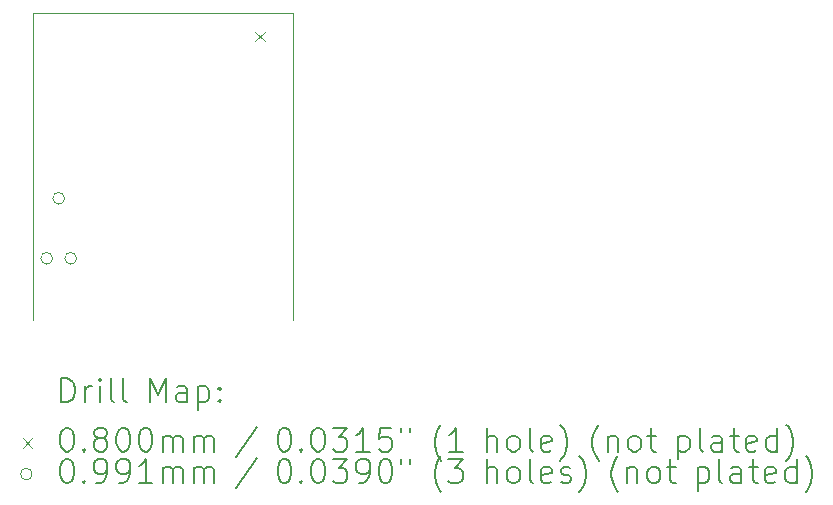
<source format=gbr>
%TF.GenerationSoftware,KiCad,Pcbnew,(7.0.0-rc2-153-g7d6218acb4)*%
%TF.CreationDate,2023-02-19T16:48:31+08:00*%
%TF.ProjectId,RAK3172-M.2-2230-Mod,52414b33-3137-4322-9d4d-2e322d323233,rev?*%
%TF.SameCoordinates,Original*%
%TF.FileFunction,Drillmap*%
%TF.FilePolarity,Positive*%
%FSLAX45Y45*%
G04 Gerber Fmt 4.5, Leading zero omitted, Abs format (unit mm)*
G04 Created by KiCad (PCBNEW (7.0.0-rc2-153-g7d6218acb4)) date 2023-02-19 16:48:31*
%MOMM*%
%LPD*%
G01*
G04 APERTURE LIST*
%ADD10C,0.100000*%
%ADD11C,0.200000*%
%ADD12C,0.080000*%
%ADD13C,0.099060*%
G04 APERTURE END LIST*
D10*
X13795000Y-10697500D02*
X13795000Y-8097500D01*
X13795000Y-8097500D02*
X15995000Y-8097500D01*
X15995000Y-8097500D02*
X15995000Y-10697500D01*
D11*
D12*
X15680000Y-8257500D02*
X15760000Y-8337500D01*
X15760000Y-8257500D02*
X15680000Y-8337500D01*
D13*
X13962930Y-10176500D02*
G75*
G03*
X13962930Y-10176500I-49530J0D01*
G01*
X14064530Y-9668500D02*
G75*
G03*
X14064530Y-9668500I-49530J0D01*
G01*
X14166130Y-10176500D02*
G75*
G03*
X14166130Y-10176500I-49530J0D01*
G01*
D11*
X14037619Y-11393476D02*
X14037619Y-11193476D01*
X14037619Y-11193476D02*
X14085238Y-11193476D01*
X14085238Y-11193476D02*
X14113809Y-11203000D01*
X14113809Y-11203000D02*
X14132857Y-11222048D01*
X14132857Y-11222048D02*
X14142381Y-11241095D01*
X14142381Y-11241095D02*
X14151905Y-11279190D01*
X14151905Y-11279190D02*
X14151905Y-11307762D01*
X14151905Y-11307762D02*
X14142381Y-11345857D01*
X14142381Y-11345857D02*
X14132857Y-11364905D01*
X14132857Y-11364905D02*
X14113809Y-11383952D01*
X14113809Y-11383952D02*
X14085238Y-11393476D01*
X14085238Y-11393476D02*
X14037619Y-11393476D01*
X14237619Y-11393476D02*
X14237619Y-11260143D01*
X14237619Y-11298238D02*
X14247143Y-11279190D01*
X14247143Y-11279190D02*
X14256667Y-11269667D01*
X14256667Y-11269667D02*
X14275714Y-11260143D01*
X14275714Y-11260143D02*
X14294762Y-11260143D01*
X14361428Y-11393476D02*
X14361428Y-11260143D01*
X14361428Y-11193476D02*
X14351905Y-11203000D01*
X14351905Y-11203000D02*
X14361428Y-11212524D01*
X14361428Y-11212524D02*
X14370952Y-11203000D01*
X14370952Y-11203000D02*
X14361428Y-11193476D01*
X14361428Y-11193476D02*
X14361428Y-11212524D01*
X14485238Y-11393476D02*
X14466190Y-11383952D01*
X14466190Y-11383952D02*
X14456667Y-11364905D01*
X14456667Y-11364905D02*
X14456667Y-11193476D01*
X14590000Y-11393476D02*
X14570952Y-11383952D01*
X14570952Y-11383952D02*
X14561428Y-11364905D01*
X14561428Y-11364905D02*
X14561428Y-11193476D01*
X14786190Y-11393476D02*
X14786190Y-11193476D01*
X14786190Y-11193476D02*
X14852857Y-11336333D01*
X14852857Y-11336333D02*
X14919524Y-11193476D01*
X14919524Y-11193476D02*
X14919524Y-11393476D01*
X15100476Y-11393476D02*
X15100476Y-11288714D01*
X15100476Y-11288714D02*
X15090952Y-11269667D01*
X15090952Y-11269667D02*
X15071905Y-11260143D01*
X15071905Y-11260143D02*
X15033809Y-11260143D01*
X15033809Y-11260143D02*
X15014762Y-11269667D01*
X15100476Y-11383952D02*
X15081428Y-11393476D01*
X15081428Y-11393476D02*
X15033809Y-11393476D01*
X15033809Y-11393476D02*
X15014762Y-11383952D01*
X15014762Y-11383952D02*
X15005238Y-11364905D01*
X15005238Y-11364905D02*
X15005238Y-11345857D01*
X15005238Y-11345857D02*
X15014762Y-11326809D01*
X15014762Y-11326809D02*
X15033809Y-11317286D01*
X15033809Y-11317286D02*
X15081428Y-11317286D01*
X15081428Y-11317286D02*
X15100476Y-11307762D01*
X15195714Y-11260143D02*
X15195714Y-11460143D01*
X15195714Y-11269667D02*
X15214762Y-11260143D01*
X15214762Y-11260143D02*
X15252857Y-11260143D01*
X15252857Y-11260143D02*
X15271905Y-11269667D01*
X15271905Y-11269667D02*
X15281428Y-11279190D01*
X15281428Y-11279190D02*
X15290952Y-11298238D01*
X15290952Y-11298238D02*
X15290952Y-11355381D01*
X15290952Y-11355381D02*
X15281428Y-11374428D01*
X15281428Y-11374428D02*
X15271905Y-11383952D01*
X15271905Y-11383952D02*
X15252857Y-11393476D01*
X15252857Y-11393476D02*
X15214762Y-11393476D01*
X15214762Y-11393476D02*
X15195714Y-11383952D01*
X15376667Y-11374428D02*
X15386190Y-11383952D01*
X15386190Y-11383952D02*
X15376667Y-11393476D01*
X15376667Y-11393476D02*
X15367143Y-11383952D01*
X15367143Y-11383952D02*
X15376667Y-11374428D01*
X15376667Y-11374428D02*
X15376667Y-11393476D01*
X15376667Y-11269667D02*
X15386190Y-11279190D01*
X15386190Y-11279190D02*
X15376667Y-11288714D01*
X15376667Y-11288714D02*
X15367143Y-11279190D01*
X15367143Y-11279190D02*
X15376667Y-11269667D01*
X15376667Y-11269667D02*
X15376667Y-11288714D01*
D12*
X13710000Y-11700000D02*
X13790000Y-11780000D01*
X13790000Y-11700000D02*
X13710000Y-11780000D01*
D11*
X14075714Y-11613476D02*
X14094762Y-11613476D01*
X14094762Y-11613476D02*
X14113809Y-11623000D01*
X14113809Y-11623000D02*
X14123333Y-11632524D01*
X14123333Y-11632524D02*
X14132857Y-11651571D01*
X14132857Y-11651571D02*
X14142381Y-11689667D01*
X14142381Y-11689667D02*
X14142381Y-11737286D01*
X14142381Y-11737286D02*
X14132857Y-11775381D01*
X14132857Y-11775381D02*
X14123333Y-11794428D01*
X14123333Y-11794428D02*
X14113809Y-11803952D01*
X14113809Y-11803952D02*
X14094762Y-11813476D01*
X14094762Y-11813476D02*
X14075714Y-11813476D01*
X14075714Y-11813476D02*
X14056667Y-11803952D01*
X14056667Y-11803952D02*
X14047143Y-11794428D01*
X14047143Y-11794428D02*
X14037619Y-11775381D01*
X14037619Y-11775381D02*
X14028095Y-11737286D01*
X14028095Y-11737286D02*
X14028095Y-11689667D01*
X14028095Y-11689667D02*
X14037619Y-11651571D01*
X14037619Y-11651571D02*
X14047143Y-11632524D01*
X14047143Y-11632524D02*
X14056667Y-11623000D01*
X14056667Y-11623000D02*
X14075714Y-11613476D01*
X14228095Y-11794428D02*
X14237619Y-11803952D01*
X14237619Y-11803952D02*
X14228095Y-11813476D01*
X14228095Y-11813476D02*
X14218571Y-11803952D01*
X14218571Y-11803952D02*
X14228095Y-11794428D01*
X14228095Y-11794428D02*
X14228095Y-11813476D01*
X14351905Y-11699190D02*
X14332857Y-11689667D01*
X14332857Y-11689667D02*
X14323333Y-11680143D01*
X14323333Y-11680143D02*
X14313809Y-11661095D01*
X14313809Y-11661095D02*
X14313809Y-11651571D01*
X14313809Y-11651571D02*
X14323333Y-11632524D01*
X14323333Y-11632524D02*
X14332857Y-11623000D01*
X14332857Y-11623000D02*
X14351905Y-11613476D01*
X14351905Y-11613476D02*
X14390000Y-11613476D01*
X14390000Y-11613476D02*
X14409048Y-11623000D01*
X14409048Y-11623000D02*
X14418571Y-11632524D01*
X14418571Y-11632524D02*
X14428095Y-11651571D01*
X14428095Y-11651571D02*
X14428095Y-11661095D01*
X14428095Y-11661095D02*
X14418571Y-11680143D01*
X14418571Y-11680143D02*
X14409048Y-11689667D01*
X14409048Y-11689667D02*
X14390000Y-11699190D01*
X14390000Y-11699190D02*
X14351905Y-11699190D01*
X14351905Y-11699190D02*
X14332857Y-11708714D01*
X14332857Y-11708714D02*
X14323333Y-11718238D01*
X14323333Y-11718238D02*
X14313809Y-11737286D01*
X14313809Y-11737286D02*
X14313809Y-11775381D01*
X14313809Y-11775381D02*
X14323333Y-11794428D01*
X14323333Y-11794428D02*
X14332857Y-11803952D01*
X14332857Y-11803952D02*
X14351905Y-11813476D01*
X14351905Y-11813476D02*
X14390000Y-11813476D01*
X14390000Y-11813476D02*
X14409048Y-11803952D01*
X14409048Y-11803952D02*
X14418571Y-11794428D01*
X14418571Y-11794428D02*
X14428095Y-11775381D01*
X14428095Y-11775381D02*
X14428095Y-11737286D01*
X14428095Y-11737286D02*
X14418571Y-11718238D01*
X14418571Y-11718238D02*
X14409048Y-11708714D01*
X14409048Y-11708714D02*
X14390000Y-11699190D01*
X14551905Y-11613476D02*
X14570952Y-11613476D01*
X14570952Y-11613476D02*
X14590000Y-11623000D01*
X14590000Y-11623000D02*
X14599524Y-11632524D01*
X14599524Y-11632524D02*
X14609048Y-11651571D01*
X14609048Y-11651571D02*
X14618571Y-11689667D01*
X14618571Y-11689667D02*
X14618571Y-11737286D01*
X14618571Y-11737286D02*
X14609048Y-11775381D01*
X14609048Y-11775381D02*
X14599524Y-11794428D01*
X14599524Y-11794428D02*
X14590000Y-11803952D01*
X14590000Y-11803952D02*
X14570952Y-11813476D01*
X14570952Y-11813476D02*
X14551905Y-11813476D01*
X14551905Y-11813476D02*
X14532857Y-11803952D01*
X14532857Y-11803952D02*
X14523333Y-11794428D01*
X14523333Y-11794428D02*
X14513809Y-11775381D01*
X14513809Y-11775381D02*
X14504286Y-11737286D01*
X14504286Y-11737286D02*
X14504286Y-11689667D01*
X14504286Y-11689667D02*
X14513809Y-11651571D01*
X14513809Y-11651571D02*
X14523333Y-11632524D01*
X14523333Y-11632524D02*
X14532857Y-11623000D01*
X14532857Y-11623000D02*
X14551905Y-11613476D01*
X14742381Y-11613476D02*
X14761429Y-11613476D01*
X14761429Y-11613476D02*
X14780476Y-11623000D01*
X14780476Y-11623000D02*
X14790000Y-11632524D01*
X14790000Y-11632524D02*
X14799524Y-11651571D01*
X14799524Y-11651571D02*
X14809048Y-11689667D01*
X14809048Y-11689667D02*
X14809048Y-11737286D01*
X14809048Y-11737286D02*
X14799524Y-11775381D01*
X14799524Y-11775381D02*
X14790000Y-11794428D01*
X14790000Y-11794428D02*
X14780476Y-11803952D01*
X14780476Y-11803952D02*
X14761429Y-11813476D01*
X14761429Y-11813476D02*
X14742381Y-11813476D01*
X14742381Y-11813476D02*
X14723333Y-11803952D01*
X14723333Y-11803952D02*
X14713809Y-11794428D01*
X14713809Y-11794428D02*
X14704286Y-11775381D01*
X14704286Y-11775381D02*
X14694762Y-11737286D01*
X14694762Y-11737286D02*
X14694762Y-11689667D01*
X14694762Y-11689667D02*
X14704286Y-11651571D01*
X14704286Y-11651571D02*
X14713809Y-11632524D01*
X14713809Y-11632524D02*
X14723333Y-11623000D01*
X14723333Y-11623000D02*
X14742381Y-11613476D01*
X14894762Y-11813476D02*
X14894762Y-11680143D01*
X14894762Y-11699190D02*
X14904286Y-11689667D01*
X14904286Y-11689667D02*
X14923333Y-11680143D01*
X14923333Y-11680143D02*
X14951905Y-11680143D01*
X14951905Y-11680143D02*
X14970952Y-11689667D01*
X14970952Y-11689667D02*
X14980476Y-11708714D01*
X14980476Y-11708714D02*
X14980476Y-11813476D01*
X14980476Y-11708714D02*
X14990000Y-11689667D01*
X14990000Y-11689667D02*
X15009048Y-11680143D01*
X15009048Y-11680143D02*
X15037619Y-11680143D01*
X15037619Y-11680143D02*
X15056667Y-11689667D01*
X15056667Y-11689667D02*
X15066190Y-11708714D01*
X15066190Y-11708714D02*
X15066190Y-11813476D01*
X15161429Y-11813476D02*
X15161429Y-11680143D01*
X15161429Y-11699190D02*
X15170952Y-11689667D01*
X15170952Y-11689667D02*
X15190000Y-11680143D01*
X15190000Y-11680143D02*
X15218571Y-11680143D01*
X15218571Y-11680143D02*
X15237619Y-11689667D01*
X15237619Y-11689667D02*
X15247143Y-11708714D01*
X15247143Y-11708714D02*
X15247143Y-11813476D01*
X15247143Y-11708714D02*
X15256667Y-11689667D01*
X15256667Y-11689667D02*
X15275714Y-11680143D01*
X15275714Y-11680143D02*
X15304286Y-11680143D01*
X15304286Y-11680143D02*
X15323333Y-11689667D01*
X15323333Y-11689667D02*
X15332857Y-11708714D01*
X15332857Y-11708714D02*
X15332857Y-11813476D01*
X15690952Y-11603952D02*
X15519524Y-11861095D01*
X15915714Y-11613476D02*
X15934762Y-11613476D01*
X15934762Y-11613476D02*
X15953810Y-11623000D01*
X15953810Y-11623000D02*
X15963333Y-11632524D01*
X15963333Y-11632524D02*
X15972857Y-11651571D01*
X15972857Y-11651571D02*
X15982381Y-11689667D01*
X15982381Y-11689667D02*
X15982381Y-11737286D01*
X15982381Y-11737286D02*
X15972857Y-11775381D01*
X15972857Y-11775381D02*
X15963333Y-11794428D01*
X15963333Y-11794428D02*
X15953810Y-11803952D01*
X15953810Y-11803952D02*
X15934762Y-11813476D01*
X15934762Y-11813476D02*
X15915714Y-11813476D01*
X15915714Y-11813476D02*
X15896667Y-11803952D01*
X15896667Y-11803952D02*
X15887143Y-11794428D01*
X15887143Y-11794428D02*
X15877619Y-11775381D01*
X15877619Y-11775381D02*
X15868095Y-11737286D01*
X15868095Y-11737286D02*
X15868095Y-11689667D01*
X15868095Y-11689667D02*
X15877619Y-11651571D01*
X15877619Y-11651571D02*
X15887143Y-11632524D01*
X15887143Y-11632524D02*
X15896667Y-11623000D01*
X15896667Y-11623000D02*
X15915714Y-11613476D01*
X16068095Y-11794428D02*
X16077619Y-11803952D01*
X16077619Y-11803952D02*
X16068095Y-11813476D01*
X16068095Y-11813476D02*
X16058571Y-11803952D01*
X16058571Y-11803952D02*
X16068095Y-11794428D01*
X16068095Y-11794428D02*
X16068095Y-11813476D01*
X16201429Y-11613476D02*
X16220476Y-11613476D01*
X16220476Y-11613476D02*
X16239524Y-11623000D01*
X16239524Y-11623000D02*
X16249048Y-11632524D01*
X16249048Y-11632524D02*
X16258571Y-11651571D01*
X16258571Y-11651571D02*
X16268095Y-11689667D01*
X16268095Y-11689667D02*
X16268095Y-11737286D01*
X16268095Y-11737286D02*
X16258571Y-11775381D01*
X16258571Y-11775381D02*
X16249048Y-11794428D01*
X16249048Y-11794428D02*
X16239524Y-11803952D01*
X16239524Y-11803952D02*
X16220476Y-11813476D01*
X16220476Y-11813476D02*
X16201429Y-11813476D01*
X16201429Y-11813476D02*
X16182381Y-11803952D01*
X16182381Y-11803952D02*
X16172857Y-11794428D01*
X16172857Y-11794428D02*
X16163333Y-11775381D01*
X16163333Y-11775381D02*
X16153810Y-11737286D01*
X16153810Y-11737286D02*
X16153810Y-11689667D01*
X16153810Y-11689667D02*
X16163333Y-11651571D01*
X16163333Y-11651571D02*
X16172857Y-11632524D01*
X16172857Y-11632524D02*
X16182381Y-11623000D01*
X16182381Y-11623000D02*
X16201429Y-11613476D01*
X16334762Y-11613476D02*
X16458571Y-11613476D01*
X16458571Y-11613476D02*
X16391905Y-11689667D01*
X16391905Y-11689667D02*
X16420476Y-11689667D01*
X16420476Y-11689667D02*
X16439524Y-11699190D01*
X16439524Y-11699190D02*
X16449048Y-11708714D01*
X16449048Y-11708714D02*
X16458571Y-11727762D01*
X16458571Y-11727762D02*
X16458571Y-11775381D01*
X16458571Y-11775381D02*
X16449048Y-11794428D01*
X16449048Y-11794428D02*
X16439524Y-11803952D01*
X16439524Y-11803952D02*
X16420476Y-11813476D01*
X16420476Y-11813476D02*
X16363333Y-11813476D01*
X16363333Y-11813476D02*
X16344286Y-11803952D01*
X16344286Y-11803952D02*
X16334762Y-11794428D01*
X16649048Y-11813476D02*
X16534762Y-11813476D01*
X16591905Y-11813476D02*
X16591905Y-11613476D01*
X16591905Y-11613476D02*
X16572857Y-11642048D01*
X16572857Y-11642048D02*
X16553810Y-11661095D01*
X16553810Y-11661095D02*
X16534762Y-11670619D01*
X16830000Y-11613476D02*
X16734762Y-11613476D01*
X16734762Y-11613476D02*
X16725238Y-11708714D01*
X16725238Y-11708714D02*
X16734762Y-11699190D01*
X16734762Y-11699190D02*
X16753810Y-11689667D01*
X16753810Y-11689667D02*
X16801429Y-11689667D01*
X16801429Y-11689667D02*
X16820476Y-11699190D01*
X16820476Y-11699190D02*
X16830000Y-11708714D01*
X16830000Y-11708714D02*
X16839524Y-11727762D01*
X16839524Y-11727762D02*
X16839524Y-11775381D01*
X16839524Y-11775381D02*
X16830000Y-11794428D01*
X16830000Y-11794428D02*
X16820476Y-11803952D01*
X16820476Y-11803952D02*
X16801429Y-11813476D01*
X16801429Y-11813476D02*
X16753810Y-11813476D01*
X16753810Y-11813476D02*
X16734762Y-11803952D01*
X16734762Y-11803952D02*
X16725238Y-11794428D01*
X16915714Y-11613476D02*
X16915714Y-11651571D01*
X16991905Y-11613476D02*
X16991905Y-11651571D01*
X17254762Y-11889667D02*
X17245238Y-11880143D01*
X17245238Y-11880143D02*
X17226191Y-11851571D01*
X17226191Y-11851571D02*
X17216667Y-11832524D01*
X17216667Y-11832524D02*
X17207143Y-11803952D01*
X17207143Y-11803952D02*
X17197619Y-11756333D01*
X17197619Y-11756333D02*
X17197619Y-11718238D01*
X17197619Y-11718238D02*
X17207143Y-11670619D01*
X17207143Y-11670619D02*
X17216667Y-11642048D01*
X17216667Y-11642048D02*
X17226191Y-11623000D01*
X17226191Y-11623000D02*
X17245238Y-11594428D01*
X17245238Y-11594428D02*
X17254762Y-11584905D01*
X17435714Y-11813476D02*
X17321429Y-11813476D01*
X17378572Y-11813476D02*
X17378572Y-11613476D01*
X17378572Y-11613476D02*
X17359524Y-11642048D01*
X17359524Y-11642048D02*
X17340476Y-11661095D01*
X17340476Y-11661095D02*
X17321429Y-11670619D01*
X17641429Y-11813476D02*
X17641429Y-11613476D01*
X17727143Y-11813476D02*
X17727143Y-11708714D01*
X17727143Y-11708714D02*
X17717619Y-11689667D01*
X17717619Y-11689667D02*
X17698572Y-11680143D01*
X17698572Y-11680143D02*
X17670000Y-11680143D01*
X17670000Y-11680143D02*
X17650953Y-11689667D01*
X17650953Y-11689667D02*
X17641429Y-11699190D01*
X17850953Y-11813476D02*
X17831905Y-11803952D01*
X17831905Y-11803952D02*
X17822381Y-11794428D01*
X17822381Y-11794428D02*
X17812857Y-11775381D01*
X17812857Y-11775381D02*
X17812857Y-11718238D01*
X17812857Y-11718238D02*
X17822381Y-11699190D01*
X17822381Y-11699190D02*
X17831905Y-11689667D01*
X17831905Y-11689667D02*
X17850953Y-11680143D01*
X17850953Y-11680143D02*
X17879524Y-11680143D01*
X17879524Y-11680143D02*
X17898572Y-11689667D01*
X17898572Y-11689667D02*
X17908095Y-11699190D01*
X17908095Y-11699190D02*
X17917619Y-11718238D01*
X17917619Y-11718238D02*
X17917619Y-11775381D01*
X17917619Y-11775381D02*
X17908095Y-11794428D01*
X17908095Y-11794428D02*
X17898572Y-11803952D01*
X17898572Y-11803952D02*
X17879524Y-11813476D01*
X17879524Y-11813476D02*
X17850953Y-11813476D01*
X18031905Y-11813476D02*
X18012857Y-11803952D01*
X18012857Y-11803952D02*
X18003334Y-11784905D01*
X18003334Y-11784905D02*
X18003334Y-11613476D01*
X18184286Y-11803952D02*
X18165238Y-11813476D01*
X18165238Y-11813476D02*
X18127143Y-11813476D01*
X18127143Y-11813476D02*
X18108095Y-11803952D01*
X18108095Y-11803952D02*
X18098572Y-11784905D01*
X18098572Y-11784905D02*
X18098572Y-11708714D01*
X18098572Y-11708714D02*
X18108095Y-11689667D01*
X18108095Y-11689667D02*
X18127143Y-11680143D01*
X18127143Y-11680143D02*
X18165238Y-11680143D01*
X18165238Y-11680143D02*
X18184286Y-11689667D01*
X18184286Y-11689667D02*
X18193810Y-11708714D01*
X18193810Y-11708714D02*
X18193810Y-11727762D01*
X18193810Y-11727762D02*
X18098572Y-11746809D01*
X18260476Y-11889667D02*
X18270000Y-11880143D01*
X18270000Y-11880143D02*
X18289048Y-11851571D01*
X18289048Y-11851571D02*
X18298572Y-11832524D01*
X18298572Y-11832524D02*
X18308095Y-11803952D01*
X18308095Y-11803952D02*
X18317619Y-11756333D01*
X18317619Y-11756333D02*
X18317619Y-11718238D01*
X18317619Y-11718238D02*
X18308095Y-11670619D01*
X18308095Y-11670619D02*
X18298572Y-11642048D01*
X18298572Y-11642048D02*
X18289048Y-11623000D01*
X18289048Y-11623000D02*
X18270000Y-11594428D01*
X18270000Y-11594428D02*
X18260476Y-11584905D01*
X18590000Y-11889667D02*
X18580476Y-11880143D01*
X18580476Y-11880143D02*
X18561429Y-11851571D01*
X18561429Y-11851571D02*
X18551905Y-11832524D01*
X18551905Y-11832524D02*
X18542381Y-11803952D01*
X18542381Y-11803952D02*
X18532857Y-11756333D01*
X18532857Y-11756333D02*
X18532857Y-11718238D01*
X18532857Y-11718238D02*
X18542381Y-11670619D01*
X18542381Y-11670619D02*
X18551905Y-11642048D01*
X18551905Y-11642048D02*
X18561429Y-11623000D01*
X18561429Y-11623000D02*
X18580476Y-11594428D01*
X18580476Y-11594428D02*
X18590000Y-11584905D01*
X18666191Y-11680143D02*
X18666191Y-11813476D01*
X18666191Y-11699190D02*
X18675714Y-11689667D01*
X18675714Y-11689667D02*
X18694762Y-11680143D01*
X18694762Y-11680143D02*
X18723334Y-11680143D01*
X18723334Y-11680143D02*
X18742381Y-11689667D01*
X18742381Y-11689667D02*
X18751905Y-11708714D01*
X18751905Y-11708714D02*
X18751905Y-11813476D01*
X18875714Y-11813476D02*
X18856667Y-11803952D01*
X18856667Y-11803952D02*
X18847143Y-11794428D01*
X18847143Y-11794428D02*
X18837619Y-11775381D01*
X18837619Y-11775381D02*
X18837619Y-11718238D01*
X18837619Y-11718238D02*
X18847143Y-11699190D01*
X18847143Y-11699190D02*
X18856667Y-11689667D01*
X18856667Y-11689667D02*
X18875714Y-11680143D01*
X18875714Y-11680143D02*
X18904286Y-11680143D01*
X18904286Y-11680143D02*
X18923334Y-11689667D01*
X18923334Y-11689667D02*
X18932857Y-11699190D01*
X18932857Y-11699190D02*
X18942381Y-11718238D01*
X18942381Y-11718238D02*
X18942381Y-11775381D01*
X18942381Y-11775381D02*
X18932857Y-11794428D01*
X18932857Y-11794428D02*
X18923334Y-11803952D01*
X18923334Y-11803952D02*
X18904286Y-11813476D01*
X18904286Y-11813476D02*
X18875714Y-11813476D01*
X18999524Y-11680143D02*
X19075714Y-11680143D01*
X19028095Y-11613476D02*
X19028095Y-11784905D01*
X19028095Y-11784905D02*
X19037619Y-11803952D01*
X19037619Y-11803952D02*
X19056667Y-11813476D01*
X19056667Y-11813476D02*
X19075714Y-11813476D01*
X19262381Y-11680143D02*
X19262381Y-11880143D01*
X19262381Y-11689667D02*
X19281429Y-11680143D01*
X19281429Y-11680143D02*
X19319524Y-11680143D01*
X19319524Y-11680143D02*
X19338572Y-11689667D01*
X19338572Y-11689667D02*
X19348095Y-11699190D01*
X19348095Y-11699190D02*
X19357619Y-11718238D01*
X19357619Y-11718238D02*
X19357619Y-11775381D01*
X19357619Y-11775381D02*
X19348095Y-11794428D01*
X19348095Y-11794428D02*
X19338572Y-11803952D01*
X19338572Y-11803952D02*
X19319524Y-11813476D01*
X19319524Y-11813476D02*
X19281429Y-11813476D01*
X19281429Y-11813476D02*
X19262381Y-11803952D01*
X19471905Y-11813476D02*
X19452857Y-11803952D01*
X19452857Y-11803952D02*
X19443334Y-11784905D01*
X19443334Y-11784905D02*
X19443334Y-11613476D01*
X19633810Y-11813476D02*
X19633810Y-11708714D01*
X19633810Y-11708714D02*
X19624286Y-11689667D01*
X19624286Y-11689667D02*
X19605238Y-11680143D01*
X19605238Y-11680143D02*
X19567143Y-11680143D01*
X19567143Y-11680143D02*
X19548095Y-11689667D01*
X19633810Y-11803952D02*
X19614762Y-11813476D01*
X19614762Y-11813476D02*
X19567143Y-11813476D01*
X19567143Y-11813476D02*
X19548095Y-11803952D01*
X19548095Y-11803952D02*
X19538572Y-11784905D01*
X19538572Y-11784905D02*
X19538572Y-11765857D01*
X19538572Y-11765857D02*
X19548095Y-11746809D01*
X19548095Y-11746809D02*
X19567143Y-11737286D01*
X19567143Y-11737286D02*
X19614762Y-11737286D01*
X19614762Y-11737286D02*
X19633810Y-11727762D01*
X19700476Y-11680143D02*
X19776667Y-11680143D01*
X19729048Y-11613476D02*
X19729048Y-11784905D01*
X19729048Y-11784905D02*
X19738572Y-11803952D01*
X19738572Y-11803952D02*
X19757619Y-11813476D01*
X19757619Y-11813476D02*
X19776667Y-11813476D01*
X19919524Y-11803952D02*
X19900476Y-11813476D01*
X19900476Y-11813476D02*
X19862381Y-11813476D01*
X19862381Y-11813476D02*
X19843334Y-11803952D01*
X19843334Y-11803952D02*
X19833810Y-11784905D01*
X19833810Y-11784905D02*
X19833810Y-11708714D01*
X19833810Y-11708714D02*
X19843334Y-11689667D01*
X19843334Y-11689667D02*
X19862381Y-11680143D01*
X19862381Y-11680143D02*
X19900476Y-11680143D01*
X19900476Y-11680143D02*
X19919524Y-11689667D01*
X19919524Y-11689667D02*
X19929048Y-11708714D01*
X19929048Y-11708714D02*
X19929048Y-11727762D01*
X19929048Y-11727762D02*
X19833810Y-11746809D01*
X20100476Y-11813476D02*
X20100476Y-11613476D01*
X20100476Y-11803952D02*
X20081429Y-11813476D01*
X20081429Y-11813476D02*
X20043334Y-11813476D01*
X20043334Y-11813476D02*
X20024286Y-11803952D01*
X20024286Y-11803952D02*
X20014762Y-11794428D01*
X20014762Y-11794428D02*
X20005238Y-11775381D01*
X20005238Y-11775381D02*
X20005238Y-11718238D01*
X20005238Y-11718238D02*
X20014762Y-11699190D01*
X20014762Y-11699190D02*
X20024286Y-11689667D01*
X20024286Y-11689667D02*
X20043334Y-11680143D01*
X20043334Y-11680143D02*
X20081429Y-11680143D01*
X20081429Y-11680143D02*
X20100476Y-11689667D01*
X20176667Y-11889667D02*
X20186191Y-11880143D01*
X20186191Y-11880143D02*
X20205238Y-11851571D01*
X20205238Y-11851571D02*
X20214762Y-11832524D01*
X20214762Y-11832524D02*
X20224286Y-11803952D01*
X20224286Y-11803952D02*
X20233810Y-11756333D01*
X20233810Y-11756333D02*
X20233810Y-11718238D01*
X20233810Y-11718238D02*
X20224286Y-11670619D01*
X20224286Y-11670619D02*
X20214762Y-11642048D01*
X20214762Y-11642048D02*
X20205238Y-11623000D01*
X20205238Y-11623000D02*
X20186191Y-11594428D01*
X20186191Y-11594428D02*
X20176667Y-11584905D01*
D13*
X13790000Y-12004000D02*
G75*
G03*
X13790000Y-12004000I-49530J0D01*
G01*
D11*
X14075714Y-11877476D02*
X14094762Y-11877476D01*
X14094762Y-11877476D02*
X14113809Y-11887000D01*
X14113809Y-11887000D02*
X14123333Y-11896524D01*
X14123333Y-11896524D02*
X14132857Y-11915571D01*
X14132857Y-11915571D02*
X14142381Y-11953667D01*
X14142381Y-11953667D02*
X14142381Y-12001286D01*
X14142381Y-12001286D02*
X14132857Y-12039381D01*
X14132857Y-12039381D02*
X14123333Y-12058428D01*
X14123333Y-12058428D02*
X14113809Y-12067952D01*
X14113809Y-12067952D02*
X14094762Y-12077476D01*
X14094762Y-12077476D02*
X14075714Y-12077476D01*
X14075714Y-12077476D02*
X14056667Y-12067952D01*
X14056667Y-12067952D02*
X14047143Y-12058428D01*
X14047143Y-12058428D02*
X14037619Y-12039381D01*
X14037619Y-12039381D02*
X14028095Y-12001286D01*
X14028095Y-12001286D02*
X14028095Y-11953667D01*
X14028095Y-11953667D02*
X14037619Y-11915571D01*
X14037619Y-11915571D02*
X14047143Y-11896524D01*
X14047143Y-11896524D02*
X14056667Y-11887000D01*
X14056667Y-11887000D02*
X14075714Y-11877476D01*
X14228095Y-12058428D02*
X14237619Y-12067952D01*
X14237619Y-12067952D02*
X14228095Y-12077476D01*
X14228095Y-12077476D02*
X14218571Y-12067952D01*
X14218571Y-12067952D02*
X14228095Y-12058428D01*
X14228095Y-12058428D02*
X14228095Y-12077476D01*
X14332857Y-12077476D02*
X14370952Y-12077476D01*
X14370952Y-12077476D02*
X14390000Y-12067952D01*
X14390000Y-12067952D02*
X14399524Y-12058428D01*
X14399524Y-12058428D02*
X14418571Y-12029857D01*
X14418571Y-12029857D02*
X14428095Y-11991762D01*
X14428095Y-11991762D02*
X14428095Y-11915571D01*
X14428095Y-11915571D02*
X14418571Y-11896524D01*
X14418571Y-11896524D02*
X14409048Y-11887000D01*
X14409048Y-11887000D02*
X14390000Y-11877476D01*
X14390000Y-11877476D02*
X14351905Y-11877476D01*
X14351905Y-11877476D02*
X14332857Y-11887000D01*
X14332857Y-11887000D02*
X14323333Y-11896524D01*
X14323333Y-11896524D02*
X14313809Y-11915571D01*
X14313809Y-11915571D02*
X14313809Y-11963190D01*
X14313809Y-11963190D02*
X14323333Y-11982238D01*
X14323333Y-11982238D02*
X14332857Y-11991762D01*
X14332857Y-11991762D02*
X14351905Y-12001286D01*
X14351905Y-12001286D02*
X14390000Y-12001286D01*
X14390000Y-12001286D02*
X14409048Y-11991762D01*
X14409048Y-11991762D02*
X14418571Y-11982238D01*
X14418571Y-11982238D02*
X14428095Y-11963190D01*
X14523333Y-12077476D02*
X14561428Y-12077476D01*
X14561428Y-12077476D02*
X14580476Y-12067952D01*
X14580476Y-12067952D02*
X14590000Y-12058428D01*
X14590000Y-12058428D02*
X14609048Y-12029857D01*
X14609048Y-12029857D02*
X14618571Y-11991762D01*
X14618571Y-11991762D02*
X14618571Y-11915571D01*
X14618571Y-11915571D02*
X14609048Y-11896524D01*
X14609048Y-11896524D02*
X14599524Y-11887000D01*
X14599524Y-11887000D02*
X14580476Y-11877476D01*
X14580476Y-11877476D02*
X14542381Y-11877476D01*
X14542381Y-11877476D02*
X14523333Y-11887000D01*
X14523333Y-11887000D02*
X14513809Y-11896524D01*
X14513809Y-11896524D02*
X14504286Y-11915571D01*
X14504286Y-11915571D02*
X14504286Y-11963190D01*
X14504286Y-11963190D02*
X14513809Y-11982238D01*
X14513809Y-11982238D02*
X14523333Y-11991762D01*
X14523333Y-11991762D02*
X14542381Y-12001286D01*
X14542381Y-12001286D02*
X14580476Y-12001286D01*
X14580476Y-12001286D02*
X14599524Y-11991762D01*
X14599524Y-11991762D02*
X14609048Y-11982238D01*
X14609048Y-11982238D02*
X14618571Y-11963190D01*
X14809048Y-12077476D02*
X14694762Y-12077476D01*
X14751905Y-12077476D02*
X14751905Y-11877476D01*
X14751905Y-11877476D02*
X14732857Y-11906048D01*
X14732857Y-11906048D02*
X14713809Y-11925095D01*
X14713809Y-11925095D02*
X14694762Y-11934619D01*
X14894762Y-12077476D02*
X14894762Y-11944143D01*
X14894762Y-11963190D02*
X14904286Y-11953667D01*
X14904286Y-11953667D02*
X14923333Y-11944143D01*
X14923333Y-11944143D02*
X14951905Y-11944143D01*
X14951905Y-11944143D02*
X14970952Y-11953667D01*
X14970952Y-11953667D02*
X14980476Y-11972714D01*
X14980476Y-11972714D02*
X14980476Y-12077476D01*
X14980476Y-11972714D02*
X14990000Y-11953667D01*
X14990000Y-11953667D02*
X15009048Y-11944143D01*
X15009048Y-11944143D02*
X15037619Y-11944143D01*
X15037619Y-11944143D02*
X15056667Y-11953667D01*
X15056667Y-11953667D02*
X15066190Y-11972714D01*
X15066190Y-11972714D02*
X15066190Y-12077476D01*
X15161429Y-12077476D02*
X15161429Y-11944143D01*
X15161429Y-11963190D02*
X15170952Y-11953667D01*
X15170952Y-11953667D02*
X15190000Y-11944143D01*
X15190000Y-11944143D02*
X15218571Y-11944143D01*
X15218571Y-11944143D02*
X15237619Y-11953667D01*
X15237619Y-11953667D02*
X15247143Y-11972714D01*
X15247143Y-11972714D02*
X15247143Y-12077476D01*
X15247143Y-11972714D02*
X15256667Y-11953667D01*
X15256667Y-11953667D02*
X15275714Y-11944143D01*
X15275714Y-11944143D02*
X15304286Y-11944143D01*
X15304286Y-11944143D02*
X15323333Y-11953667D01*
X15323333Y-11953667D02*
X15332857Y-11972714D01*
X15332857Y-11972714D02*
X15332857Y-12077476D01*
X15690952Y-11867952D02*
X15519524Y-12125095D01*
X15915714Y-11877476D02*
X15934762Y-11877476D01*
X15934762Y-11877476D02*
X15953810Y-11887000D01*
X15953810Y-11887000D02*
X15963333Y-11896524D01*
X15963333Y-11896524D02*
X15972857Y-11915571D01*
X15972857Y-11915571D02*
X15982381Y-11953667D01*
X15982381Y-11953667D02*
X15982381Y-12001286D01*
X15982381Y-12001286D02*
X15972857Y-12039381D01*
X15972857Y-12039381D02*
X15963333Y-12058428D01*
X15963333Y-12058428D02*
X15953810Y-12067952D01*
X15953810Y-12067952D02*
X15934762Y-12077476D01*
X15934762Y-12077476D02*
X15915714Y-12077476D01*
X15915714Y-12077476D02*
X15896667Y-12067952D01*
X15896667Y-12067952D02*
X15887143Y-12058428D01*
X15887143Y-12058428D02*
X15877619Y-12039381D01*
X15877619Y-12039381D02*
X15868095Y-12001286D01*
X15868095Y-12001286D02*
X15868095Y-11953667D01*
X15868095Y-11953667D02*
X15877619Y-11915571D01*
X15877619Y-11915571D02*
X15887143Y-11896524D01*
X15887143Y-11896524D02*
X15896667Y-11887000D01*
X15896667Y-11887000D02*
X15915714Y-11877476D01*
X16068095Y-12058428D02*
X16077619Y-12067952D01*
X16077619Y-12067952D02*
X16068095Y-12077476D01*
X16068095Y-12077476D02*
X16058571Y-12067952D01*
X16058571Y-12067952D02*
X16068095Y-12058428D01*
X16068095Y-12058428D02*
X16068095Y-12077476D01*
X16201429Y-11877476D02*
X16220476Y-11877476D01*
X16220476Y-11877476D02*
X16239524Y-11887000D01*
X16239524Y-11887000D02*
X16249048Y-11896524D01*
X16249048Y-11896524D02*
X16258571Y-11915571D01*
X16258571Y-11915571D02*
X16268095Y-11953667D01*
X16268095Y-11953667D02*
X16268095Y-12001286D01*
X16268095Y-12001286D02*
X16258571Y-12039381D01*
X16258571Y-12039381D02*
X16249048Y-12058428D01*
X16249048Y-12058428D02*
X16239524Y-12067952D01*
X16239524Y-12067952D02*
X16220476Y-12077476D01*
X16220476Y-12077476D02*
X16201429Y-12077476D01*
X16201429Y-12077476D02*
X16182381Y-12067952D01*
X16182381Y-12067952D02*
X16172857Y-12058428D01*
X16172857Y-12058428D02*
X16163333Y-12039381D01*
X16163333Y-12039381D02*
X16153810Y-12001286D01*
X16153810Y-12001286D02*
X16153810Y-11953667D01*
X16153810Y-11953667D02*
X16163333Y-11915571D01*
X16163333Y-11915571D02*
X16172857Y-11896524D01*
X16172857Y-11896524D02*
X16182381Y-11887000D01*
X16182381Y-11887000D02*
X16201429Y-11877476D01*
X16334762Y-11877476D02*
X16458571Y-11877476D01*
X16458571Y-11877476D02*
X16391905Y-11953667D01*
X16391905Y-11953667D02*
X16420476Y-11953667D01*
X16420476Y-11953667D02*
X16439524Y-11963190D01*
X16439524Y-11963190D02*
X16449048Y-11972714D01*
X16449048Y-11972714D02*
X16458571Y-11991762D01*
X16458571Y-11991762D02*
X16458571Y-12039381D01*
X16458571Y-12039381D02*
X16449048Y-12058428D01*
X16449048Y-12058428D02*
X16439524Y-12067952D01*
X16439524Y-12067952D02*
X16420476Y-12077476D01*
X16420476Y-12077476D02*
X16363333Y-12077476D01*
X16363333Y-12077476D02*
X16344286Y-12067952D01*
X16344286Y-12067952D02*
X16334762Y-12058428D01*
X16553810Y-12077476D02*
X16591905Y-12077476D01*
X16591905Y-12077476D02*
X16610952Y-12067952D01*
X16610952Y-12067952D02*
X16620476Y-12058428D01*
X16620476Y-12058428D02*
X16639524Y-12029857D01*
X16639524Y-12029857D02*
X16649048Y-11991762D01*
X16649048Y-11991762D02*
X16649048Y-11915571D01*
X16649048Y-11915571D02*
X16639524Y-11896524D01*
X16639524Y-11896524D02*
X16630000Y-11887000D01*
X16630000Y-11887000D02*
X16610952Y-11877476D01*
X16610952Y-11877476D02*
X16572857Y-11877476D01*
X16572857Y-11877476D02*
X16553810Y-11887000D01*
X16553810Y-11887000D02*
X16544286Y-11896524D01*
X16544286Y-11896524D02*
X16534762Y-11915571D01*
X16534762Y-11915571D02*
X16534762Y-11963190D01*
X16534762Y-11963190D02*
X16544286Y-11982238D01*
X16544286Y-11982238D02*
X16553810Y-11991762D01*
X16553810Y-11991762D02*
X16572857Y-12001286D01*
X16572857Y-12001286D02*
X16610952Y-12001286D01*
X16610952Y-12001286D02*
X16630000Y-11991762D01*
X16630000Y-11991762D02*
X16639524Y-11982238D01*
X16639524Y-11982238D02*
X16649048Y-11963190D01*
X16772857Y-11877476D02*
X16791905Y-11877476D01*
X16791905Y-11877476D02*
X16810953Y-11887000D01*
X16810953Y-11887000D02*
X16820476Y-11896524D01*
X16820476Y-11896524D02*
X16830000Y-11915571D01*
X16830000Y-11915571D02*
X16839524Y-11953667D01*
X16839524Y-11953667D02*
X16839524Y-12001286D01*
X16839524Y-12001286D02*
X16830000Y-12039381D01*
X16830000Y-12039381D02*
X16820476Y-12058428D01*
X16820476Y-12058428D02*
X16810953Y-12067952D01*
X16810953Y-12067952D02*
X16791905Y-12077476D01*
X16791905Y-12077476D02*
X16772857Y-12077476D01*
X16772857Y-12077476D02*
X16753810Y-12067952D01*
X16753810Y-12067952D02*
X16744286Y-12058428D01*
X16744286Y-12058428D02*
X16734762Y-12039381D01*
X16734762Y-12039381D02*
X16725238Y-12001286D01*
X16725238Y-12001286D02*
X16725238Y-11953667D01*
X16725238Y-11953667D02*
X16734762Y-11915571D01*
X16734762Y-11915571D02*
X16744286Y-11896524D01*
X16744286Y-11896524D02*
X16753810Y-11887000D01*
X16753810Y-11887000D02*
X16772857Y-11877476D01*
X16915714Y-11877476D02*
X16915714Y-11915571D01*
X16991905Y-11877476D02*
X16991905Y-11915571D01*
X17254762Y-12153667D02*
X17245238Y-12144143D01*
X17245238Y-12144143D02*
X17226191Y-12115571D01*
X17226191Y-12115571D02*
X17216667Y-12096524D01*
X17216667Y-12096524D02*
X17207143Y-12067952D01*
X17207143Y-12067952D02*
X17197619Y-12020333D01*
X17197619Y-12020333D02*
X17197619Y-11982238D01*
X17197619Y-11982238D02*
X17207143Y-11934619D01*
X17207143Y-11934619D02*
X17216667Y-11906048D01*
X17216667Y-11906048D02*
X17226191Y-11887000D01*
X17226191Y-11887000D02*
X17245238Y-11858428D01*
X17245238Y-11858428D02*
X17254762Y-11848905D01*
X17311905Y-11877476D02*
X17435714Y-11877476D01*
X17435714Y-11877476D02*
X17369048Y-11953667D01*
X17369048Y-11953667D02*
X17397619Y-11953667D01*
X17397619Y-11953667D02*
X17416667Y-11963190D01*
X17416667Y-11963190D02*
X17426191Y-11972714D01*
X17426191Y-11972714D02*
X17435714Y-11991762D01*
X17435714Y-11991762D02*
X17435714Y-12039381D01*
X17435714Y-12039381D02*
X17426191Y-12058428D01*
X17426191Y-12058428D02*
X17416667Y-12067952D01*
X17416667Y-12067952D02*
X17397619Y-12077476D01*
X17397619Y-12077476D02*
X17340476Y-12077476D01*
X17340476Y-12077476D02*
X17321429Y-12067952D01*
X17321429Y-12067952D02*
X17311905Y-12058428D01*
X17641429Y-12077476D02*
X17641429Y-11877476D01*
X17727143Y-12077476D02*
X17727143Y-11972714D01*
X17727143Y-11972714D02*
X17717619Y-11953667D01*
X17717619Y-11953667D02*
X17698572Y-11944143D01*
X17698572Y-11944143D02*
X17670000Y-11944143D01*
X17670000Y-11944143D02*
X17650953Y-11953667D01*
X17650953Y-11953667D02*
X17641429Y-11963190D01*
X17850953Y-12077476D02*
X17831905Y-12067952D01*
X17831905Y-12067952D02*
X17822381Y-12058428D01*
X17822381Y-12058428D02*
X17812857Y-12039381D01*
X17812857Y-12039381D02*
X17812857Y-11982238D01*
X17812857Y-11982238D02*
X17822381Y-11963190D01*
X17822381Y-11963190D02*
X17831905Y-11953667D01*
X17831905Y-11953667D02*
X17850953Y-11944143D01*
X17850953Y-11944143D02*
X17879524Y-11944143D01*
X17879524Y-11944143D02*
X17898572Y-11953667D01*
X17898572Y-11953667D02*
X17908095Y-11963190D01*
X17908095Y-11963190D02*
X17917619Y-11982238D01*
X17917619Y-11982238D02*
X17917619Y-12039381D01*
X17917619Y-12039381D02*
X17908095Y-12058428D01*
X17908095Y-12058428D02*
X17898572Y-12067952D01*
X17898572Y-12067952D02*
X17879524Y-12077476D01*
X17879524Y-12077476D02*
X17850953Y-12077476D01*
X18031905Y-12077476D02*
X18012857Y-12067952D01*
X18012857Y-12067952D02*
X18003334Y-12048905D01*
X18003334Y-12048905D02*
X18003334Y-11877476D01*
X18184286Y-12067952D02*
X18165238Y-12077476D01*
X18165238Y-12077476D02*
X18127143Y-12077476D01*
X18127143Y-12077476D02*
X18108095Y-12067952D01*
X18108095Y-12067952D02*
X18098572Y-12048905D01*
X18098572Y-12048905D02*
X18098572Y-11972714D01*
X18098572Y-11972714D02*
X18108095Y-11953667D01*
X18108095Y-11953667D02*
X18127143Y-11944143D01*
X18127143Y-11944143D02*
X18165238Y-11944143D01*
X18165238Y-11944143D02*
X18184286Y-11953667D01*
X18184286Y-11953667D02*
X18193810Y-11972714D01*
X18193810Y-11972714D02*
X18193810Y-11991762D01*
X18193810Y-11991762D02*
X18098572Y-12010809D01*
X18270000Y-12067952D02*
X18289048Y-12077476D01*
X18289048Y-12077476D02*
X18327143Y-12077476D01*
X18327143Y-12077476D02*
X18346191Y-12067952D01*
X18346191Y-12067952D02*
X18355715Y-12048905D01*
X18355715Y-12048905D02*
X18355715Y-12039381D01*
X18355715Y-12039381D02*
X18346191Y-12020333D01*
X18346191Y-12020333D02*
X18327143Y-12010809D01*
X18327143Y-12010809D02*
X18298572Y-12010809D01*
X18298572Y-12010809D02*
X18279524Y-12001286D01*
X18279524Y-12001286D02*
X18270000Y-11982238D01*
X18270000Y-11982238D02*
X18270000Y-11972714D01*
X18270000Y-11972714D02*
X18279524Y-11953667D01*
X18279524Y-11953667D02*
X18298572Y-11944143D01*
X18298572Y-11944143D02*
X18327143Y-11944143D01*
X18327143Y-11944143D02*
X18346191Y-11953667D01*
X18422381Y-12153667D02*
X18431905Y-12144143D01*
X18431905Y-12144143D02*
X18450953Y-12115571D01*
X18450953Y-12115571D02*
X18460476Y-12096524D01*
X18460476Y-12096524D02*
X18470000Y-12067952D01*
X18470000Y-12067952D02*
X18479524Y-12020333D01*
X18479524Y-12020333D02*
X18479524Y-11982238D01*
X18479524Y-11982238D02*
X18470000Y-11934619D01*
X18470000Y-11934619D02*
X18460476Y-11906048D01*
X18460476Y-11906048D02*
X18450953Y-11887000D01*
X18450953Y-11887000D02*
X18431905Y-11858428D01*
X18431905Y-11858428D02*
X18422381Y-11848905D01*
X18751905Y-12153667D02*
X18742381Y-12144143D01*
X18742381Y-12144143D02*
X18723334Y-12115571D01*
X18723334Y-12115571D02*
X18713810Y-12096524D01*
X18713810Y-12096524D02*
X18704286Y-12067952D01*
X18704286Y-12067952D02*
X18694762Y-12020333D01*
X18694762Y-12020333D02*
X18694762Y-11982238D01*
X18694762Y-11982238D02*
X18704286Y-11934619D01*
X18704286Y-11934619D02*
X18713810Y-11906048D01*
X18713810Y-11906048D02*
X18723334Y-11887000D01*
X18723334Y-11887000D02*
X18742381Y-11858428D01*
X18742381Y-11858428D02*
X18751905Y-11848905D01*
X18828095Y-11944143D02*
X18828095Y-12077476D01*
X18828095Y-11963190D02*
X18837619Y-11953667D01*
X18837619Y-11953667D02*
X18856667Y-11944143D01*
X18856667Y-11944143D02*
X18885238Y-11944143D01*
X18885238Y-11944143D02*
X18904286Y-11953667D01*
X18904286Y-11953667D02*
X18913810Y-11972714D01*
X18913810Y-11972714D02*
X18913810Y-12077476D01*
X19037619Y-12077476D02*
X19018572Y-12067952D01*
X19018572Y-12067952D02*
X19009048Y-12058428D01*
X19009048Y-12058428D02*
X18999524Y-12039381D01*
X18999524Y-12039381D02*
X18999524Y-11982238D01*
X18999524Y-11982238D02*
X19009048Y-11963190D01*
X19009048Y-11963190D02*
X19018572Y-11953667D01*
X19018572Y-11953667D02*
X19037619Y-11944143D01*
X19037619Y-11944143D02*
X19066191Y-11944143D01*
X19066191Y-11944143D02*
X19085238Y-11953667D01*
X19085238Y-11953667D02*
X19094762Y-11963190D01*
X19094762Y-11963190D02*
X19104286Y-11982238D01*
X19104286Y-11982238D02*
X19104286Y-12039381D01*
X19104286Y-12039381D02*
X19094762Y-12058428D01*
X19094762Y-12058428D02*
X19085238Y-12067952D01*
X19085238Y-12067952D02*
X19066191Y-12077476D01*
X19066191Y-12077476D02*
X19037619Y-12077476D01*
X19161429Y-11944143D02*
X19237619Y-11944143D01*
X19190000Y-11877476D02*
X19190000Y-12048905D01*
X19190000Y-12048905D02*
X19199524Y-12067952D01*
X19199524Y-12067952D02*
X19218572Y-12077476D01*
X19218572Y-12077476D02*
X19237619Y-12077476D01*
X19424286Y-11944143D02*
X19424286Y-12144143D01*
X19424286Y-11953667D02*
X19443334Y-11944143D01*
X19443334Y-11944143D02*
X19481429Y-11944143D01*
X19481429Y-11944143D02*
X19500476Y-11953667D01*
X19500476Y-11953667D02*
X19510000Y-11963190D01*
X19510000Y-11963190D02*
X19519524Y-11982238D01*
X19519524Y-11982238D02*
X19519524Y-12039381D01*
X19519524Y-12039381D02*
X19510000Y-12058428D01*
X19510000Y-12058428D02*
X19500476Y-12067952D01*
X19500476Y-12067952D02*
X19481429Y-12077476D01*
X19481429Y-12077476D02*
X19443334Y-12077476D01*
X19443334Y-12077476D02*
X19424286Y-12067952D01*
X19633810Y-12077476D02*
X19614762Y-12067952D01*
X19614762Y-12067952D02*
X19605238Y-12048905D01*
X19605238Y-12048905D02*
X19605238Y-11877476D01*
X19795715Y-12077476D02*
X19795715Y-11972714D01*
X19795715Y-11972714D02*
X19786191Y-11953667D01*
X19786191Y-11953667D02*
X19767143Y-11944143D01*
X19767143Y-11944143D02*
X19729048Y-11944143D01*
X19729048Y-11944143D02*
X19710000Y-11953667D01*
X19795715Y-12067952D02*
X19776667Y-12077476D01*
X19776667Y-12077476D02*
X19729048Y-12077476D01*
X19729048Y-12077476D02*
X19710000Y-12067952D01*
X19710000Y-12067952D02*
X19700476Y-12048905D01*
X19700476Y-12048905D02*
X19700476Y-12029857D01*
X19700476Y-12029857D02*
X19710000Y-12010809D01*
X19710000Y-12010809D02*
X19729048Y-12001286D01*
X19729048Y-12001286D02*
X19776667Y-12001286D01*
X19776667Y-12001286D02*
X19795715Y-11991762D01*
X19862381Y-11944143D02*
X19938572Y-11944143D01*
X19890953Y-11877476D02*
X19890953Y-12048905D01*
X19890953Y-12048905D02*
X19900476Y-12067952D01*
X19900476Y-12067952D02*
X19919524Y-12077476D01*
X19919524Y-12077476D02*
X19938572Y-12077476D01*
X20081429Y-12067952D02*
X20062381Y-12077476D01*
X20062381Y-12077476D02*
X20024286Y-12077476D01*
X20024286Y-12077476D02*
X20005238Y-12067952D01*
X20005238Y-12067952D02*
X19995715Y-12048905D01*
X19995715Y-12048905D02*
X19995715Y-11972714D01*
X19995715Y-11972714D02*
X20005238Y-11953667D01*
X20005238Y-11953667D02*
X20024286Y-11944143D01*
X20024286Y-11944143D02*
X20062381Y-11944143D01*
X20062381Y-11944143D02*
X20081429Y-11953667D01*
X20081429Y-11953667D02*
X20090953Y-11972714D01*
X20090953Y-11972714D02*
X20090953Y-11991762D01*
X20090953Y-11991762D02*
X19995715Y-12010809D01*
X20262381Y-12077476D02*
X20262381Y-11877476D01*
X20262381Y-12067952D02*
X20243334Y-12077476D01*
X20243334Y-12077476D02*
X20205238Y-12077476D01*
X20205238Y-12077476D02*
X20186191Y-12067952D01*
X20186191Y-12067952D02*
X20176667Y-12058428D01*
X20176667Y-12058428D02*
X20167143Y-12039381D01*
X20167143Y-12039381D02*
X20167143Y-11982238D01*
X20167143Y-11982238D02*
X20176667Y-11963190D01*
X20176667Y-11963190D02*
X20186191Y-11953667D01*
X20186191Y-11953667D02*
X20205238Y-11944143D01*
X20205238Y-11944143D02*
X20243334Y-11944143D01*
X20243334Y-11944143D02*
X20262381Y-11953667D01*
X20338572Y-12153667D02*
X20348096Y-12144143D01*
X20348096Y-12144143D02*
X20367143Y-12115571D01*
X20367143Y-12115571D02*
X20376667Y-12096524D01*
X20376667Y-12096524D02*
X20386191Y-12067952D01*
X20386191Y-12067952D02*
X20395715Y-12020333D01*
X20395715Y-12020333D02*
X20395715Y-11982238D01*
X20395715Y-11982238D02*
X20386191Y-11934619D01*
X20386191Y-11934619D02*
X20376667Y-11906048D01*
X20376667Y-11906048D02*
X20367143Y-11887000D01*
X20367143Y-11887000D02*
X20348096Y-11858428D01*
X20348096Y-11858428D02*
X20338572Y-11848905D01*
M02*

</source>
